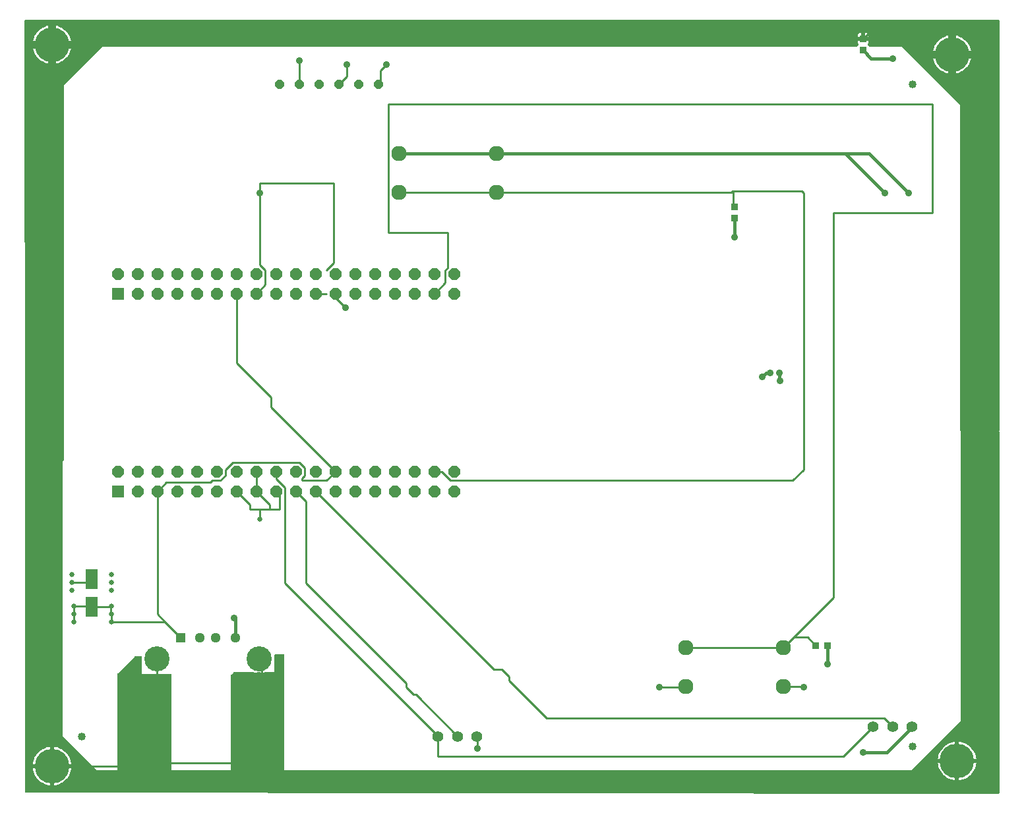
<source format=gbr>
G04 EAGLE Gerber RS-274X export*
G75*
%MOMM*%
%FSLAX34Y34*%
%LPD*%
%INTop Copper*%
%IPPOS*%
%AMOC8*
5,1,8,0,0,1.08239X$1,22.5*%
G01*
%ADD10P,1.231672X8X22.500000*%
%ADD11C,1.400000*%
%ADD12C,1.960000*%
%ADD13R,0.900000X0.900000*%
%ADD14R,1.524000X1.524000*%
%ADD15P,1.649562X8X22.500000*%
%ADD16R,1.288000X1.288000*%
%ADD17C,1.288000*%
%ADD18C,3.220000*%
%ADD19C,4.445000*%
%ADD20C,1.016000*%
%ADD21R,1.600000X2.500000*%
%ADD22C,0.254000*%
%ADD23C,0.654800*%
%ADD24C,0.914400*%
%ADD25C,0.381000*%

G36*
X1253408Y2559D02*
X1253408Y2559D01*
X1253527Y2567D01*
X1253565Y2579D01*
X1253604Y2584D01*
X1253716Y2628D01*
X1253829Y2665D01*
X1253863Y2686D01*
X1253900Y2701D01*
X1253997Y2771D01*
X1254098Y2835D01*
X1254125Y2864D01*
X1254158Y2887D01*
X1254234Y2979D01*
X1254316Y3067D01*
X1254335Y3102D01*
X1254361Y3132D01*
X1254412Y3240D01*
X1254470Y3345D01*
X1254480Y3384D01*
X1254497Y3420D01*
X1254519Y3538D01*
X1254549Y3653D01*
X1254553Y3712D01*
X1254557Y3732D01*
X1254555Y3753D01*
X1254559Y3814D01*
X1254559Y467560D01*
X1254547Y467658D01*
X1254544Y467757D01*
X1254527Y467815D01*
X1254519Y467876D01*
X1254483Y467968D01*
X1254455Y468063D01*
X1254425Y468115D01*
X1254402Y468171D01*
X1254344Y468251D01*
X1254294Y468337D01*
X1254228Y468412D01*
X1254216Y468429D01*
X1254206Y468436D01*
X1254188Y468457D01*
X1254134Y468511D01*
X1254135Y468513D01*
X1254242Y468670D01*
X1254256Y468702D01*
X1254274Y468731D01*
X1254347Y468908D01*
X1254424Y469082D01*
X1254432Y469116D01*
X1254445Y469148D01*
X1254485Y469335D01*
X1254531Y469520D01*
X1254533Y469554D01*
X1254540Y469588D01*
X1254559Y469900D01*
X1254559Y994920D01*
X1254556Y994955D01*
X1254558Y994989D01*
X1254536Y995178D01*
X1254519Y995369D01*
X1254510Y995402D01*
X1254506Y995436D01*
X1254451Y995619D01*
X1254401Y995803D01*
X1254386Y995834D01*
X1254376Y995867D01*
X1254289Y996038D01*
X1254207Y996210D01*
X1254187Y996238D01*
X1254172Y996269D01*
X1254056Y996421D01*
X1253945Y996576D01*
X1253920Y996600D01*
X1253900Y996627D01*
X1253760Y996756D01*
X1253623Y996890D01*
X1253594Y996909D01*
X1253568Y996933D01*
X1253407Y997035D01*
X1253250Y997142D01*
X1253218Y997156D01*
X1253189Y997174D01*
X1253012Y997247D01*
X1252838Y997324D01*
X1252804Y997332D01*
X1252772Y997345D01*
X1252585Y997385D01*
X1252400Y997431D01*
X1252366Y997433D01*
X1252332Y997440D01*
X1252020Y997459D01*
X5085Y997459D01*
X5049Y997456D01*
X5013Y997458D01*
X4825Y997436D01*
X4637Y997419D01*
X4602Y997410D01*
X4566Y997406D01*
X4385Y997351D01*
X4202Y997301D01*
X4170Y997285D01*
X4135Y997275D01*
X3966Y997189D01*
X3796Y997107D01*
X3766Y997087D01*
X3734Y997070D01*
X3584Y996956D01*
X3430Y996845D01*
X3404Y996820D01*
X3376Y996798D01*
X3248Y996658D01*
X3116Y996523D01*
X3095Y996493D01*
X3071Y996466D01*
X2969Y996307D01*
X2863Y996150D01*
X2849Y996117D01*
X2830Y996086D01*
X2758Y995911D01*
X2681Y995738D01*
X2673Y995703D01*
X2659Y995670D01*
X2619Y995485D01*
X2575Y995300D01*
X2572Y995265D01*
X2565Y995229D01*
X2546Y994917D01*
X3119Y431797D01*
X3553Y5075D01*
X3568Y4958D01*
X3575Y4840D01*
X3588Y4801D01*
X3593Y4759D01*
X3636Y4650D01*
X3673Y4538D01*
X3695Y4502D01*
X3710Y4464D01*
X3780Y4369D01*
X3843Y4269D01*
X3873Y4240D01*
X3897Y4207D01*
X3988Y4132D01*
X4074Y4051D01*
X4110Y4031D01*
X4143Y4004D01*
X4249Y3954D01*
X4352Y3897D01*
X4393Y3887D01*
X4430Y3869D01*
X4546Y3847D01*
X4660Y3817D01*
X4722Y3813D01*
X4743Y3809D01*
X4763Y3811D01*
X4821Y3807D01*
X1253289Y2545D01*
X1253408Y2559D01*
G37*
%LPC*%
G36*
X95776Y33019D02*
X95776Y33019D01*
X52069Y76726D01*
X52069Y429603D01*
X52090Y429613D01*
X52118Y429633D01*
X52149Y429648D01*
X52301Y429764D01*
X52456Y429875D01*
X52480Y429900D01*
X52507Y429920D01*
X52636Y430061D01*
X52770Y430197D01*
X52789Y430226D01*
X52813Y430252D01*
X52915Y430413D01*
X53022Y430570D01*
X53036Y430602D01*
X53054Y430631D01*
X53127Y430808D01*
X53204Y430982D01*
X53212Y431016D01*
X53225Y431048D01*
X53265Y431235D01*
X53311Y431420D01*
X53313Y431454D01*
X53320Y431488D01*
X53339Y431800D01*
X53339Y913348D01*
X102652Y962661D01*
X1070816Y962661D01*
X1070980Y962675D01*
X1071144Y962682D01*
X1071203Y962695D01*
X1071264Y962701D01*
X1071423Y962744D01*
X1071584Y962780D01*
X1071640Y962803D01*
X1071699Y962819D01*
X1071847Y962890D01*
X1071999Y962953D01*
X1072050Y962986D01*
X1072105Y963013D01*
X1072239Y963108D01*
X1072377Y963198D01*
X1072435Y963249D01*
X1072471Y963275D01*
X1072514Y963318D01*
X1072519Y963323D01*
X1072538Y963337D01*
X1072553Y963353D01*
X1072611Y963404D01*
X1072643Y963436D01*
X1072732Y963542D01*
X1072785Y963597D01*
X1072793Y963609D01*
X1072846Y963665D01*
X1072886Y963726D01*
X1072932Y963782D01*
X1073008Y963915D01*
X1073091Y964043D01*
X1073120Y964110D01*
X1073156Y964173D01*
X1073207Y964317D01*
X1073266Y964458D01*
X1073282Y964529D01*
X1073306Y964597D01*
X1073331Y964748D01*
X1073365Y964897D01*
X1073368Y964970D01*
X1073380Y965041D01*
X1073378Y965194D01*
X1073384Y965347D01*
X1073375Y965419D01*
X1073374Y965491D01*
X1073345Y965642D01*
X1073324Y965793D01*
X1073302Y965862D01*
X1073288Y965934D01*
X1073233Y966076D01*
X1073186Y966222D01*
X1073144Y966305D01*
X1073126Y966354D01*
X1073096Y966402D01*
X1073047Y966502D01*
X1072632Y967219D01*
X1072459Y967865D01*
X1072459Y970161D01*
X1079500Y970161D01*
X1086541Y970161D01*
X1086541Y967865D01*
X1086368Y967219D01*
X1085953Y966502D01*
X1085889Y966363D01*
X1085817Y966228D01*
X1085794Y966159D01*
X1085764Y966093D01*
X1085725Y965945D01*
X1085677Y965800D01*
X1085667Y965728D01*
X1085649Y965658D01*
X1085637Y965505D01*
X1085616Y965354D01*
X1085619Y965281D01*
X1085613Y965209D01*
X1085628Y965057D01*
X1085634Y964904D01*
X1085650Y964833D01*
X1085657Y964761D01*
X1085699Y964614D01*
X1085732Y964464D01*
X1085760Y964397D01*
X1085780Y964327D01*
X1085846Y964190D01*
X1085905Y964049D01*
X1085945Y963988D01*
X1085977Y963923D01*
X1086067Y963799D01*
X1086150Y963671D01*
X1086212Y963600D01*
X1086242Y963559D01*
X1086283Y963520D01*
X1086290Y963512D01*
X1086305Y963493D01*
X1086317Y963481D01*
X1086357Y963436D01*
X1086389Y963404D01*
X1086509Y963304D01*
X1086568Y963248D01*
X1086577Y963242D01*
X1086636Y963188D01*
X1086687Y963155D01*
X1086734Y963116D01*
X1086877Y963034D01*
X1087016Y962946D01*
X1087072Y962922D01*
X1087125Y962892D01*
X1087280Y962837D01*
X1087432Y962775D01*
X1087492Y962762D01*
X1087549Y962741D01*
X1087712Y962715D01*
X1087872Y962680D01*
X1087949Y962675D01*
X1087993Y962668D01*
X1088055Y962669D01*
X1088184Y962661D01*
X1129248Y962661D01*
X1203961Y887948D01*
X1203961Y469900D01*
X1203964Y469866D01*
X1203962Y469831D01*
X1203984Y469642D01*
X1204001Y469452D01*
X1204010Y469418D01*
X1204014Y469384D01*
X1204069Y469201D01*
X1204119Y469017D01*
X1204134Y468986D01*
X1204144Y468953D01*
X1204231Y468782D01*
X1204313Y468611D01*
X1204333Y468582D01*
X1204348Y468551D01*
X1204464Y468399D01*
X1204575Y468244D01*
X1204600Y468220D01*
X1204620Y468193D01*
X1204761Y468064D01*
X1204897Y467930D01*
X1204926Y467911D01*
X1204952Y467888D01*
X1205113Y467785D01*
X1205231Y467705D01*
X1205231Y95776D01*
X1142474Y33019D01*
X336549Y33019D01*
X336549Y180340D01*
X336534Y180458D01*
X336527Y180577D01*
X336514Y180615D01*
X336509Y180656D01*
X336466Y180766D01*
X336429Y180879D01*
X336407Y180914D01*
X336392Y180951D01*
X336323Y181047D01*
X336259Y181148D01*
X336229Y181176D01*
X336206Y181209D01*
X336114Y181285D01*
X336027Y181366D01*
X335992Y181386D01*
X335961Y181411D01*
X335853Y181462D01*
X335749Y181520D01*
X335709Y181530D01*
X335673Y181547D01*
X335556Y181569D01*
X335441Y181599D01*
X335381Y181603D01*
X335361Y181607D01*
X335340Y181605D01*
X335280Y181609D01*
X325120Y181609D01*
X325002Y181594D01*
X324883Y181587D01*
X324845Y181574D01*
X324804Y181569D01*
X324694Y181526D01*
X324581Y181489D01*
X324546Y181467D01*
X324509Y181452D01*
X324413Y181383D01*
X324312Y181319D01*
X324284Y181289D01*
X324251Y181266D01*
X324176Y181174D01*
X324094Y181087D01*
X324074Y181052D01*
X324049Y181021D01*
X323998Y180913D01*
X323940Y180809D01*
X323930Y180769D01*
X323913Y180733D01*
X323891Y180616D01*
X323861Y180501D01*
X323857Y180441D01*
X323853Y180421D01*
X323855Y180400D01*
X323851Y180340D01*
X323851Y158004D01*
X323478Y158378D01*
X323399Y158438D01*
X323327Y158506D01*
X323274Y158535D01*
X323226Y158572D01*
X323135Y158612D01*
X323049Y158660D01*
X322990Y158675D01*
X322934Y158699D01*
X322836Y158714D01*
X322741Y158739D01*
X322641Y158745D01*
X322620Y158749D01*
X322608Y158747D01*
X322580Y158749D01*
X310975Y158749D01*
X310965Y158748D01*
X310956Y158749D01*
X310807Y158728D01*
X310659Y158709D01*
X310651Y158706D01*
X310641Y158705D01*
X310489Y158653D01*
X309905Y158411D01*
X307545Y157778D01*
X306422Y157630D01*
X306417Y157717D01*
X306404Y157755D01*
X306399Y157796D01*
X306356Y157906D01*
X306319Y158019D01*
X306297Y158054D01*
X306282Y158091D01*
X306212Y158187D01*
X306149Y158288D01*
X306119Y158316D01*
X306095Y158349D01*
X306004Y158425D01*
X305917Y158506D01*
X305882Y158526D01*
X305851Y158551D01*
X305743Y158602D01*
X305639Y158660D01*
X305599Y158670D01*
X305563Y158687D01*
X305446Y158709D01*
X305331Y158739D01*
X305270Y158743D01*
X305250Y158747D01*
X305230Y158745D01*
X305170Y158749D01*
X302630Y158749D01*
X302512Y158734D01*
X302393Y158727D01*
X302355Y158714D01*
X302314Y158709D01*
X302204Y158666D01*
X302091Y158629D01*
X302056Y158607D01*
X302019Y158592D01*
X301923Y158523D01*
X301822Y158459D01*
X301794Y158429D01*
X301761Y158406D01*
X301686Y158314D01*
X301604Y158227D01*
X301584Y158192D01*
X301559Y158161D01*
X301508Y158053D01*
X301450Y157949D01*
X301440Y157909D01*
X301423Y157873D01*
X301401Y157756D01*
X301371Y157641D01*
X301370Y157631D01*
X300255Y157778D01*
X297895Y158411D01*
X297311Y158653D01*
X297302Y158655D01*
X297294Y158660D01*
X297150Y158697D01*
X297004Y158737D01*
X296995Y158737D01*
X296986Y158739D01*
X296825Y158749D01*
X271780Y158749D01*
X271682Y158737D01*
X271583Y158734D01*
X271525Y158717D01*
X271464Y158709D01*
X271372Y158673D01*
X271277Y158645D01*
X271225Y158615D01*
X271169Y158592D01*
X271089Y158534D01*
X271003Y158484D01*
X270928Y158418D01*
X270911Y158406D01*
X270904Y158396D01*
X270883Y158378D01*
X268343Y155838D01*
X268282Y155759D01*
X268214Y155687D01*
X268185Y155634D01*
X268148Y155586D01*
X268108Y155495D01*
X268060Y155409D01*
X268045Y155350D01*
X268021Y155294D01*
X268006Y155196D01*
X267981Y155101D01*
X267975Y155001D01*
X267971Y154980D01*
X267973Y154968D01*
X267971Y154940D01*
X267971Y33019D01*
X191769Y33019D01*
X191769Y154940D01*
X191754Y155058D01*
X191747Y155177D01*
X191734Y155215D01*
X191729Y155256D01*
X191686Y155366D01*
X191649Y155479D01*
X191627Y155514D01*
X191612Y155551D01*
X191543Y155647D01*
X191479Y155748D01*
X191449Y155776D01*
X191426Y155809D01*
X191334Y155885D01*
X191247Y155966D01*
X191212Y155986D01*
X191181Y156011D01*
X191073Y156062D01*
X190969Y156120D01*
X190929Y156130D01*
X190893Y156147D01*
X190776Y156169D01*
X190661Y156199D01*
X190601Y156203D01*
X190581Y156207D01*
X190560Y156205D01*
X190500Y156209D01*
X153669Y156209D01*
X153669Y177800D01*
X153654Y177918D01*
X153647Y178037D01*
X153634Y178075D01*
X153629Y178116D01*
X153586Y178226D01*
X153549Y178339D01*
X153527Y178374D01*
X153512Y178411D01*
X153443Y178507D01*
X153379Y178608D01*
X153349Y178636D01*
X153326Y178669D01*
X153234Y178745D01*
X153147Y178826D01*
X153112Y178846D01*
X153081Y178871D01*
X152973Y178922D01*
X152869Y178980D01*
X152829Y178990D01*
X152793Y179007D01*
X152676Y179029D01*
X152561Y179059D01*
X152501Y179063D01*
X152481Y179067D01*
X152460Y179065D01*
X152400Y179069D01*
X144780Y179069D01*
X144682Y179057D01*
X144583Y179054D01*
X144525Y179037D01*
X144464Y179029D01*
X144372Y178993D01*
X144277Y178965D01*
X144225Y178935D01*
X144169Y178912D01*
X144089Y178854D01*
X144003Y178804D01*
X143928Y178738D01*
X143911Y178726D01*
X143904Y178716D01*
X143883Y178698D01*
X122547Y157362D01*
X122486Y157283D01*
X122418Y157211D01*
X122389Y157158D01*
X122352Y157110D01*
X122312Y157019D01*
X122264Y156933D01*
X122249Y156874D01*
X122225Y156818D01*
X122210Y156720D01*
X122185Y156625D01*
X122179Y156525D01*
X122175Y156504D01*
X122177Y156492D01*
X122175Y156464D01*
X122175Y33019D01*
X95776Y33019D01*
G37*
%LPD*%
%LPC*%
G36*
X40639Y40639D02*
X40639Y40639D01*
X40639Y62736D01*
X42255Y62554D01*
X44967Y61935D01*
X47592Y61017D01*
X50099Y59810D01*
X52454Y58330D01*
X54629Y56595D01*
X56595Y54629D01*
X58330Y52454D01*
X59810Y50099D01*
X61017Y47592D01*
X61935Y44967D01*
X62554Y42255D01*
X62736Y40639D01*
X40639Y40639D01*
G37*
%LPD*%
%LPC*%
G36*
X1202689Y46989D02*
X1202689Y46989D01*
X1202689Y69086D01*
X1204305Y68904D01*
X1207017Y68285D01*
X1209642Y67367D01*
X1212149Y66160D01*
X1214504Y64680D01*
X1216679Y62945D01*
X1218645Y60979D01*
X1220380Y58804D01*
X1221860Y56449D01*
X1223067Y53942D01*
X1223985Y51317D01*
X1224604Y48605D01*
X1224786Y46989D01*
X1202689Y46989D01*
G37*
%LPD*%
%LPC*%
G36*
X1202689Y41911D02*
X1202689Y41911D01*
X1224786Y41911D01*
X1224604Y40295D01*
X1223985Y37583D01*
X1223067Y34958D01*
X1221860Y32451D01*
X1220380Y30096D01*
X1218645Y27921D01*
X1216679Y25955D01*
X1214504Y24220D01*
X1212149Y22740D01*
X1209642Y21533D01*
X1207017Y20615D01*
X1204305Y19996D01*
X1202689Y19814D01*
X1202689Y41911D01*
G37*
%LPD*%
%LPC*%
G36*
X40639Y35561D02*
X40639Y35561D01*
X62736Y35561D01*
X62554Y33945D01*
X61935Y31233D01*
X61017Y28608D01*
X59810Y26101D01*
X58330Y23746D01*
X56595Y21571D01*
X54629Y19605D01*
X52454Y17870D01*
X50099Y16390D01*
X47592Y15183D01*
X44967Y14265D01*
X42255Y13646D01*
X40639Y13464D01*
X40639Y35561D01*
G37*
%LPD*%
%LPC*%
G36*
X1175514Y46989D02*
X1175514Y46989D01*
X1175696Y48605D01*
X1176315Y51317D01*
X1177233Y53942D01*
X1178440Y56449D01*
X1179920Y58804D01*
X1181655Y60979D01*
X1183621Y62945D01*
X1185796Y64680D01*
X1188151Y66160D01*
X1190658Y67367D01*
X1193283Y68285D01*
X1195995Y68904D01*
X1197611Y69086D01*
X1197611Y46989D01*
X1175514Y46989D01*
G37*
%LPD*%
%LPC*%
G36*
X13464Y40639D02*
X13464Y40639D01*
X13646Y42255D01*
X14265Y44967D01*
X15183Y47592D01*
X16390Y50099D01*
X17870Y52454D01*
X19605Y54629D01*
X21571Y56595D01*
X23746Y58330D01*
X26101Y59810D01*
X28608Y61017D01*
X31233Y61935D01*
X33945Y62554D01*
X35561Y62736D01*
X35561Y40639D01*
X13464Y40639D01*
G37*
%LPD*%
%LPC*%
G36*
X33945Y13646D02*
X33945Y13646D01*
X31233Y14265D01*
X28608Y15183D01*
X26101Y16390D01*
X23746Y17870D01*
X21571Y19605D01*
X19605Y21571D01*
X17870Y23746D01*
X16390Y26101D01*
X15183Y28608D01*
X14265Y31233D01*
X13646Y33945D01*
X13464Y35561D01*
X35561Y35561D01*
X35561Y13464D01*
X33945Y13646D01*
G37*
%LPD*%
%LPC*%
G36*
X1195995Y19996D02*
X1195995Y19996D01*
X1193283Y20615D01*
X1190658Y21533D01*
X1188151Y22740D01*
X1185796Y24220D01*
X1183621Y25955D01*
X1181655Y27921D01*
X1179920Y30096D01*
X1178440Y32451D01*
X1177233Y34958D01*
X1176315Y37583D01*
X1175696Y40295D01*
X1175514Y41911D01*
X1197611Y41911D01*
X1197611Y19814D01*
X1195995Y19996D01*
G37*
%LPD*%
%LPC*%
G36*
X1198879Y957579D02*
X1198879Y957579D01*
X1198879Y976743D01*
X1200667Y976335D01*
X1203292Y975417D01*
X1205799Y974210D01*
X1208154Y972730D01*
X1210329Y970996D01*
X1212296Y969029D01*
X1214030Y966854D01*
X1215510Y964499D01*
X1216717Y961992D01*
X1217635Y959367D01*
X1218043Y957579D01*
X1198879Y957579D01*
G37*
%LPD*%
%LPC*%
G36*
X43179Y970279D02*
X43179Y970279D01*
X43179Y989443D01*
X44967Y989035D01*
X47592Y988117D01*
X50099Y986910D01*
X52454Y985430D01*
X54629Y983696D01*
X56596Y981729D01*
X58330Y979554D01*
X59810Y977199D01*
X61017Y974692D01*
X61935Y972067D01*
X62343Y970279D01*
X43179Y970279D01*
G37*
%LPD*%
%LPC*%
G36*
X43179Y960121D02*
X43179Y960121D01*
X62343Y960121D01*
X61935Y958333D01*
X61017Y955708D01*
X59810Y953201D01*
X58330Y950846D01*
X56596Y948671D01*
X54629Y946704D01*
X52454Y944970D01*
X50099Y943490D01*
X47592Y942283D01*
X44967Y941365D01*
X43179Y940957D01*
X43179Y960121D01*
G37*
%LPD*%
%LPC*%
G36*
X1198879Y947421D02*
X1198879Y947421D01*
X1218043Y947421D01*
X1217635Y945633D01*
X1216717Y943008D01*
X1215510Y940501D01*
X1214030Y938146D01*
X1212296Y935971D01*
X1210329Y934004D01*
X1208154Y932270D01*
X1205799Y930790D01*
X1203292Y929583D01*
X1200667Y928665D01*
X1198879Y928257D01*
X1198879Y947421D01*
G37*
%LPD*%
%LPC*%
G36*
X1169557Y957579D02*
X1169557Y957579D01*
X1169965Y959367D01*
X1170883Y961992D01*
X1172090Y964499D01*
X1173570Y966854D01*
X1175304Y969029D01*
X1177271Y970996D01*
X1179446Y972730D01*
X1181801Y974210D01*
X1184308Y975417D01*
X1186933Y976335D01*
X1188721Y976743D01*
X1188721Y957579D01*
X1169557Y957579D01*
G37*
%LPD*%
%LPC*%
G36*
X13857Y970279D02*
X13857Y970279D01*
X14265Y972067D01*
X15183Y974692D01*
X16390Y977199D01*
X17870Y979554D01*
X19604Y981729D01*
X21571Y983696D01*
X23746Y985430D01*
X26101Y986910D01*
X28608Y988117D01*
X31233Y989035D01*
X33021Y989443D01*
X33021Y970279D01*
X13857Y970279D01*
G37*
%LPD*%
%LPC*%
G36*
X1186933Y928665D02*
X1186933Y928665D01*
X1184308Y929583D01*
X1181801Y930790D01*
X1179446Y932270D01*
X1177271Y934004D01*
X1175304Y935971D01*
X1173570Y938146D01*
X1172090Y940501D01*
X1170883Y943008D01*
X1169965Y945633D01*
X1169557Y947421D01*
X1188721Y947421D01*
X1188721Y928257D01*
X1186933Y928665D01*
G37*
%LPD*%
%LPC*%
G36*
X31233Y941365D02*
X31233Y941365D01*
X28608Y942283D01*
X26101Y943490D01*
X23746Y944970D01*
X21571Y946704D01*
X19604Y948671D01*
X17870Y950846D01*
X16390Y953201D01*
X15183Y955708D01*
X14265Y958333D01*
X13857Y960121D01*
X33021Y960121D01*
X33021Y940957D01*
X31233Y941365D01*
G37*
%LPD*%
%LPC*%
G36*
X1082039Y975239D02*
X1082039Y975239D01*
X1082039Y979741D01*
X1084335Y979741D01*
X1084981Y979568D01*
X1085560Y979233D01*
X1086033Y978760D01*
X1086368Y978181D01*
X1086541Y977535D01*
X1086541Y975239D01*
X1082039Y975239D01*
G37*
%LPD*%
%LPC*%
G36*
X1072459Y975239D02*
X1072459Y975239D01*
X1072459Y977535D01*
X1072632Y978181D01*
X1072967Y978760D01*
X1073440Y979233D01*
X1074019Y979568D01*
X1074665Y979741D01*
X1076961Y979741D01*
X1076961Y975239D01*
X1072459Y975239D01*
G37*
%LPD*%
%LPC*%
G36*
X38099Y965199D02*
X38099Y965199D01*
X38099Y965201D01*
X38101Y965201D01*
X38101Y965199D01*
X38099Y965199D01*
G37*
%LPD*%
%LPC*%
G36*
X38099Y38099D02*
X38099Y38099D01*
X38099Y38101D01*
X38101Y38101D01*
X38101Y38099D01*
X38099Y38099D01*
G37*
%LPD*%
%LPC*%
G36*
X1200149Y44449D02*
X1200149Y44449D01*
X1200149Y44451D01*
X1200151Y44451D01*
X1200151Y44449D01*
X1200149Y44449D01*
G37*
%LPD*%
%LPC*%
G36*
X1193799Y952499D02*
X1193799Y952499D01*
X1193799Y952501D01*
X1193801Y952501D01*
X1193801Y952499D01*
X1193799Y952499D01*
G37*
%LPD*%
D10*
X330200Y914400D03*
X355600Y914400D03*
D11*
X1092600Y88900D03*
X1117600Y88900D03*
X1142600Y88900D03*
D12*
X608600Y825100D03*
X608600Y775100D03*
X483600Y775100D03*
X483600Y825100D03*
D13*
X914400Y756800D03*
X914400Y741800D03*
D14*
X122600Y390900D03*
D15*
X122600Y416300D03*
X148000Y390900D03*
X148000Y416300D03*
X173400Y390900D03*
X173400Y416300D03*
X198800Y390900D03*
X198800Y416300D03*
X224200Y390900D03*
X224200Y416300D03*
X249600Y390900D03*
X249600Y416300D03*
X275000Y390900D03*
X275000Y416300D03*
X300400Y390900D03*
X300400Y416300D03*
X325800Y390900D03*
X325800Y416300D03*
X351200Y390900D03*
X351200Y416300D03*
X376600Y390900D03*
X376600Y416300D03*
X402000Y390900D03*
X402000Y416300D03*
X427400Y390900D03*
X427400Y416300D03*
X452800Y390900D03*
X452800Y416300D03*
X478200Y390900D03*
X478200Y416300D03*
X503600Y390900D03*
X503600Y416300D03*
X529000Y390900D03*
X529000Y416300D03*
X554400Y390900D03*
X554400Y416300D03*
D14*
X122600Y644900D03*
D15*
X122600Y670300D03*
X148000Y644900D03*
X148000Y670300D03*
X173400Y644900D03*
X173400Y670300D03*
X198800Y644900D03*
X198800Y670300D03*
X224200Y644900D03*
X224200Y670300D03*
X249600Y644900D03*
X249600Y670300D03*
X275000Y644900D03*
X275000Y670300D03*
X300400Y644900D03*
X300400Y670300D03*
X325800Y644900D03*
X325800Y670300D03*
X351200Y644900D03*
X351200Y670300D03*
X376600Y644900D03*
X376600Y670300D03*
X402000Y644900D03*
X402000Y670300D03*
X427400Y644900D03*
X427400Y670300D03*
X452800Y644900D03*
X452800Y670300D03*
X478200Y644900D03*
X478200Y670300D03*
X503600Y644900D03*
X503600Y670300D03*
X529000Y644900D03*
X529000Y670300D03*
X554400Y644900D03*
X554400Y670300D03*
D10*
X381000Y914400D03*
X406400Y914400D03*
X431800Y914400D03*
X457200Y914400D03*
D11*
X533800Y76200D03*
X558800Y76200D03*
X583800Y76200D03*
D12*
X851900Y140100D03*
X851900Y190100D03*
X976900Y190100D03*
X976900Y140100D03*
D13*
X1018660Y193040D03*
X1033660Y193040D03*
D16*
X203200Y203200D03*
D17*
X228200Y203200D03*
X248200Y203200D03*
X273200Y203200D03*
D18*
X172500Y176100D03*
X303900Y176100D03*
D19*
X38100Y965200D03*
D20*
X76200Y76200D03*
X1143000Y914400D03*
X1143000Y63500D03*
D19*
X38100Y38100D03*
X1200150Y44450D03*
X1193800Y952500D03*
D13*
X1079500Y957700D03*
X1079500Y972700D03*
D21*
X88900Y277850D03*
X88900Y242850D03*
D22*
X416560Y924560D02*
X416560Y939800D01*
X416560Y924560D02*
X406400Y914400D01*
X457200Y914400D02*
X459740Y916940D01*
X459740Y932180D01*
X467360Y939800D01*
X400050Y787400D02*
X304800Y787400D01*
X304800Y774700D01*
X300400Y390900D02*
X317500Y373800D01*
X317500Y368300D01*
X330200Y368300D01*
X330200Y386500D01*
X325800Y390900D01*
X292100Y373800D02*
X275000Y390900D01*
X292100Y373800D02*
X292100Y368300D01*
X304800Y368300D01*
X317500Y368300D01*
X304800Y368300D02*
X304800Y355600D01*
D23*
X304800Y355600D03*
D22*
X376600Y644900D02*
X390570Y644900D01*
X300400Y416300D02*
X300400Y390900D01*
D23*
X63500Y284480D03*
X63500Y274320D03*
X63500Y264160D03*
X114300Y284480D03*
X114300Y274320D03*
X114300Y264160D03*
D24*
X304800Y774700D03*
X416560Y939800D03*
X467360Y939800D03*
D22*
X355600Y944880D02*
X355600Y914400D01*
D24*
X355600Y944880D03*
D22*
X583800Y76200D02*
X584200Y75800D01*
X584200Y60960D01*
D24*
X584200Y60960D03*
D25*
X273200Y203200D02*
X273200Y227180D01*
X271780Y228600D01*
D24*
X271780Y228600D03*
D25*
X1142600Y88900D02*
X1142600Y88100D01*
X1110380Y55880D01*
X1079500Y55880D01*
D24*
X1079500Y55880D03*
D25*
X1137920Y774700D02*
X1087520Y825100D01*
X483600Y825100D01*
D24*
X1137920Y774700D03*
D25*
X1107440Y774700D02*
X1057040Y825100D01*
X608600Y825100D01*
D24*
X1107440Y774700D03*
X817880Y139700D03*
D25*
X1089780Y947420D02*
X1117600Y947420D01*
X1089780Y947420D02*
X1079500Y957700D01*
D24*
X1117600Y947420D03*
X971804Y543560D03*
D25*
X971804Y534416D01*
X972820Y533400D01*
D24*
X972820Y533400D03*
D22*
X851900Y140100D02*
X851500Y139700D01*
X817880Y139700D01*
X976900Y140100D02*
X1002900Y140100D01*
X1003300Y139700D01*
D24*
X1003300Y139700D03*
D22*
X304800Y682065D02*
X304800Y774700D01*
X304800Y682065D02*
X311830Y675035D01*
X311830Y656330D01*
X300400Y644900D01*
X390570Y675035D02*
X400050Y684515D01*
X400050Y787400D01*
X88900Y277850D02*
X85370Y274320D01*
X63500Y274320D01*
X402000Y639400D02*
X402000Y644900D01*
X402000Y639400D02*
X414700Y626700D01*
D24*
X414700Y626700D03*
D25*
X914400Y717550D02*
X914400Y741800D01*
D24*
X914400Y717550D03*
D25*
X1033660Y193040D02*
X1033780Y192920D01*
X1033780Y168910D01*
D24*
X1033780Y168910D03*
X949960Y538480D03*
D25*
X955040Y543560D01*
X960120Y543560D01*
D24*
X960120Y543560D03*
D22*
X608600Y775100D02*
X483600Y775100D01*
X1003300Y774700D02*
X1003300Y419100D01*
X989070Y404870D01*
X565150Y404870D01*
X562366Y404870D01*
X911167Y777333D02*
X914400Y777333D01*
X1000667Y777333D01*
X1003300Y774700D01*
X912167Y775100D02*
X608600Y775100D01*
X912167Y775100D02*
X913084Y776016D01*
X914400Y777333D01*
X913084Y758116D02*
X914400Y756800D01*
X913084Y758116D02*
X913084Y776016D01*
X538236Y416300D02*
X529000Y416300D01*
X549666Y404870D02*
X562366Y404870D01*
X549666Y404870D02*
X538236Y416300D01*
X203200Y203200D02*
X182880Y223520D01*
X173400Y233000D01*
X173400Y390900D01*
X270266Y427730D02*
X355935Y427730D01*
X359166Y404870D02*
X390570Y404870D01*
X402000Y416300D01*
X318980Y499320D01*
X318980Y512020D01*
X275000Y556000D01*
X275000Y644900D01*
D23*
X66040Y243840D03*
X66040Y233680D03*
X66040Y223520D03*
X114300Y223520D03*
X114300Y233680D03*
X114300Y243840D03*
D22*
X114300Y223520D02*
X182880Y223520D01*
X87910Y243840D02*
X66040Y243840D01*
X87910Y243840D02*
X88900Y242850D01*
X113310Y242850D01*
X114300Y243840D01*
X113310Y234670D02*
X114300Y233680D01*
X113310Y234670D02*
X113310Y242850D01*
X114300Y233680D02*
X114300Y223520D01*
X66040Y223520D02*
X66040Y233680D01*
X66040Y243840D01*
X254335Y404870D02*
X261030Y411566D01*
X243840Y404870D02*
X241300Y402330D01*
X243840Y404870D02*
X254335Y404870D01*
X261030Y411566D02*
X261030Y418495D01*
X270266Y427730D01*
X355935Y427730D02*
X362630Y421035D01*
X362630Y411566D01*
X359166Y408101D01*
X359166Y404870D01*
X184830Y402330D02*
X173400Y390900D01*
X184830Y402330D02*
X241300Y402330D01*
X325800Y407065D02*
X325800Y416300D01*
X325800Y407065D02*
X337230Y395635D01*
X533600Y76400D02*
X533800Y76200D01*
X533600Y76400D02*
X337230Y272770D01*
X337230Y395635D01*
X1054500Y50800D02*
X1092600Y88900D01*
X533400Y76200D02*
X533400Y50800D01*
X533400Y76200D02*
X533600Y76400D01*
X533400Y50800D02*
X1054500Y50800D01*
X1106790Y99710D02*
X1117600Y88900D01*
X1106790Y99710D02*
X673100Y99710D01*
X604990Y162510D02*
X376600Y390900D01*
X604990Y162510D02*
X615556Y162510D01*
X625110Y152956D01*
X625110Y147700D01*
X673100Y99710D01*
X851900Y190100D02*
X976900Y190100D01*
X990300Y203500D01*
X1041400Y254600D01*
X1041400Y749300D01*
X1168400Y749300D01*
X1168400Y889000D01*
X469900Y889000D01*
X469900Y723900D01*
X546100Y723900D01*
X546100Y678165D01*
X542970Y675035D01*
X542970Y658870D02*
X529000Y644900D01*
X542970Y658870D02*
X542970Y675035D01*
X1008200Y203500D02*
X1018660Y193040D01*
X1008200Y203500D02*
X990300Y203500D01*
X363900Y273050D02*
X363900Y378200D01*
X351200Y390900D01*
X492490Y144460D02*
X492490Y139444D01*
X502044Y129890D01*
X505110Y129890D01*
X558800Y76200D01*
X492490Y144460D02*
X363900Y273050D01*
X38100Y38100D02*
X35560Y38100D01*
X23368Y50292D01*
X1079500Y972700D02*
X1085208Y978408D01*
X38100Y965200D02*
X27940Y955040D01*
X172500Y176100D02*
X172720Y175880D01*
X172720Y45466D01*
X303900Y176100D02*
X307340Y172660D01*
X307340Y146812D01*
X172720Y45466D02*
X169291Y42037D01*
X165354Y38100D01*
X38100Y38100D01*
X169291Y42037D02*
X303657Y42037D01*
X310134Y48514D01*
X310134Y144018D01*
X307340Y146812D01*
M02*

</source>
